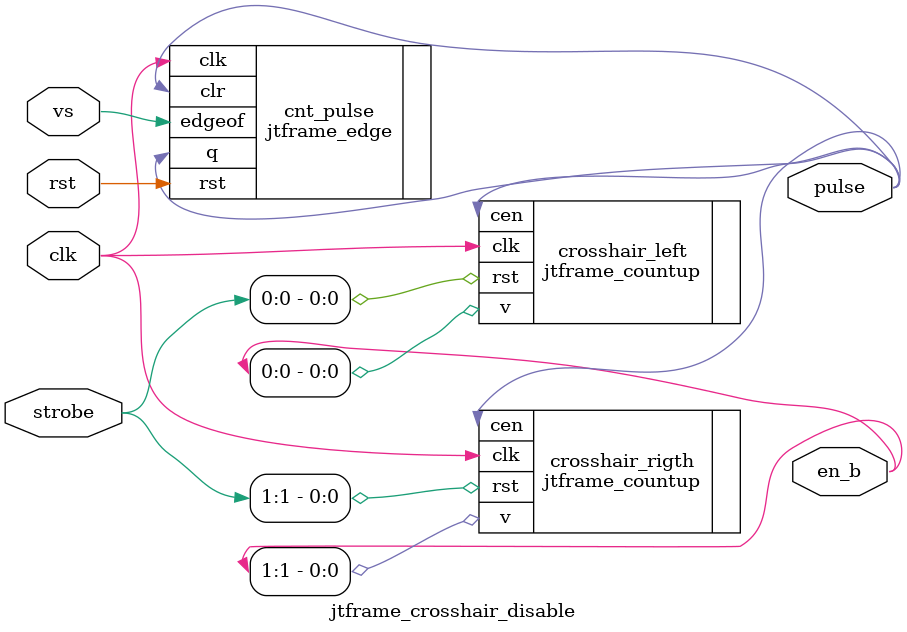
<source format=v>
/*  This file is part of JTFRAME.
    JTFRAME program is free software: you can redistribute it and/or modify
    it under the terms of the GNU General Public License as published by
    the Free Software Foundation, either version 3 of the License, or
    (at your option) any later version.

    JTFRAME program is distributed in the hope that it will be useful,
    but WITHOUT ANY WARRANTY; without even the implied warranty of
    MERCHANTABILITY or FITNESS FOR A PARTICULAR PURPOSE.  See the
    GNU General Public License for more details.

    You should have received a copy of the GNU General Public License
    along with JTFRAME.  If not, see <http://www.gnu.org/licenses/>.

    Author: Rafael Eduardo Paiva Feener. Copyright: Miki Saito
    Version: 1.0
    Date: 28-02-2025 */

module jtframe_crosshair_disable #(parameter CNTW=8)(
    input        rst,
    input        clk,
    input        vs,
    input  [1:0] strobe,
    output       pulse,
    output [1:0] en_b
);

jtframe_countup #(.W(CNTW)
)crosshair_left(
    .rst( strobe[0] ),
    .clk( clk       ),
    .cen( pulse     ),
    .v  ( en_b[0]   )
);

jtframe_countup #(.W(CNTW)
)crosshair_rigth(
    .rst( strobe[1] ),
    .clk( clk       ),
    .cen( pulse     ),
    .v  ( en_b[1]   )
);

jtframe_edge cnt_pulse(
    .rst   ( rst    ),
    .clk   ( clk    ),
    .edgeof( vs     ),
    .clr   ( pulse  ),
    .q     ( pulse  )
);

endmodule
</source>
